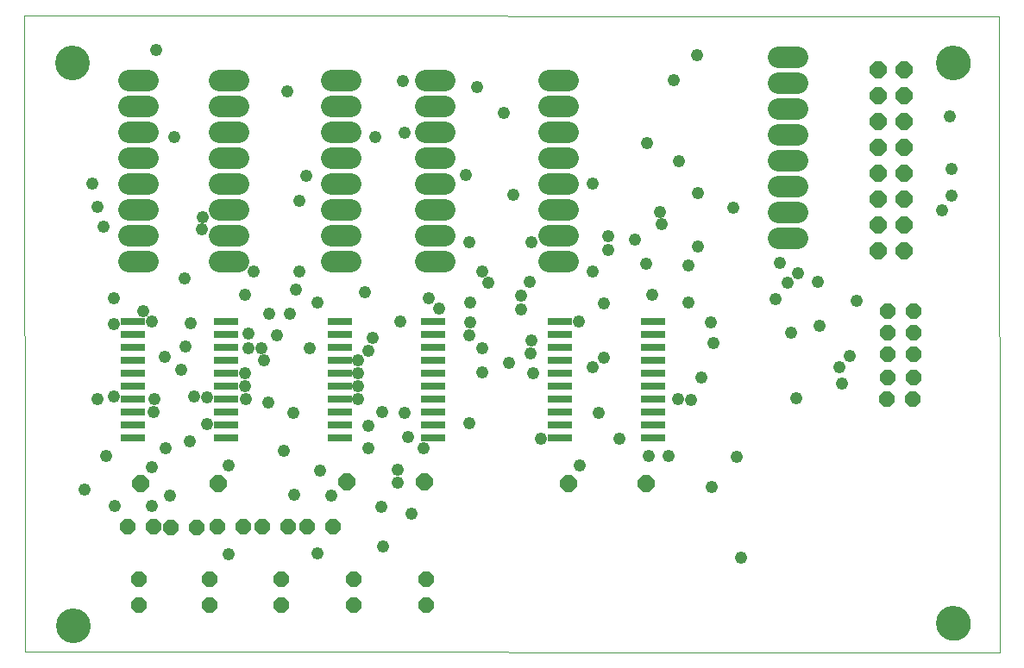
<source format=gts>
G75*
%MOIN*%
%OFA0B0*%
%FSLAX25Y25*%
%IPPOS*%
%LPD*%
%AMOC8*
5,1,8,0,0,1.08239X$1,22.5*
%
%ADD10C,0.00000*%
%ADD11C,0.13398*%
%ADD12OC8,0.06400*%
%ADD13C,0.08200*%
%ADD14OC8,0.06000*%
%ADD15R,0.09461X0.03162*%
%ADD16C,0.04800*%
D10*
X0002233Y0002391D02*
X0002076Y0248335D01*
X0378808Y0248257D01*
X0379083Y0002272D01*
X0002233Y0002391D01*
X0014674Y0012509D02*
X0014676Y0012667D01*
X0014682Y0012825D01*
X0014692Y0012983D01*
X0014706Y0013141D01*
X0014724Y0013298D01*
X0014745Y0013455D01*
X0014771Y0013611D01*
X0014801Y0013767D01*
X0014834Y0013922D01*
X0014872Y0014075D01*
X0014913Y0014228D01*
X0014958Y0014380D01*
X0015007Y0014531D01*
X0015060Y0014680D01*
X0015116Y0014828D01*
X0015176Y0014974D01*
X0015240Y0015119D01*
X0015308Y0015262D01*
X0015379Y0015404D01*
X0015453Y0015544D01*
X0015531Y0015681D01*
X0015613Y0015817D01*
X0015697Y0015951D01*
X0015786Y0016082D01*
X0015877Y0016211D01*
X0015972Y0016338D01*
X0016069Y0016463D01*
X0016170Y0016585D01*
X0016274Y0016704D01*
X0016381Y0016821D01*
X0016491Y0016935D01*
X0016604Y0017046D01*
X0016719Y0017155D01*
X0016837Y0017260D01*
X0016958Y0017362D01*
X0017081Y0017462D01*
X0017207Y0017558D01*
X0017335Y0017651D01*
X0017465Y0017741D01*
X0017598Y0017827D01*
X0017733Y0017911D01*
X0017869Y0017990D01*
X0018008Y0018067D01*
X0018149Y0018139D01*
X0018291Y0018209D01*
X0018435Y0018274D01*
X0018581Y0018336D01*
X0018728Y0018394D01*
X0018877Y0018449D01*
X0019027Y0018500D01*
X0019178Y0018547D01*
X0019330Y0018590D01*
X0019483Y0018629D01*
X0019638Y0018665D01*
X0019793Y0018696D01*
X0019949Y0018724D01*
X0020105Y0018748D01*
X0020262Y0018768D01*
X0020420Y0018784D01*
X0020577Y0018796D01*
X0020736Y0018804D01*
X0020894Y0018808D01*
X0021052Y0018808D01*
X0021210Y0018804D01*
X0021369Y0018796D01*
X0021526Y0018784D01*
X0021684Y0018768D01*
X0021841Y0018748D01*
X0021997Y0018724D01*
X0022153Y0018696D01*
X0022308Y0018665D01*
X0022463Y0018629D01*
X0022616Y0018590D01*
X0022768Y0018547D01*
X0022919Y0018500D01*
X0023069Y0018449D01*
X0023218Y0018394D01*
X0023365Y0018336D01*
X0023511Y0018274D01*
X0023655Y0018209D01*
X0023797Y0018139D01*
X0023938Y0018067D01*
X0024077Y0017990D01*
X0024213Y0017911D01*
X0024348Y0017827D01*
X0024481Y0017741D01*
X0024611Y0017651D01*
X0024739Y0017558D01*
X0024865Y0017462D01*
X0024988Y0017362D01*
X0025109Y0017260D01*
X0025227Y0017155D01*
X0025342Y0017046D01*
X0025455Y0016935D01*
X0025565Y0016821D01*
X0025672Y0016704D01*
X0025776Y0016585D01*
X0025877Y0016463D01*
X0025974Y0016338D01*
X0026069Y0016211D01*
X0026160Y0016082D01*
X0026249Y0015951D01*
X0026333Y0015817D01*
X0026415Y0015681D01*
X0026493Y0015544D01*
X0026567Y0015404D01*
X0026638Y0015262D01*
X0026706Y0015119D01*
X0026770Y0014974D01*
X0026830Y0014828D01*
X0026886Y0014680D01*
X0026939Y0014531D01*
X0026988Y0014380D01*
X0027033Y0014228D01*
X0027074Y0014075D01*
X0027112Y0013922D01*
X0027145Y0013767D01*
X0027175Y0013611D01*
X0027201Y0013455D01*
X0027222Y0013298D01*
X0027240Y0013141D01*
X0027254Y0012983D01*
X0027264Y0012825D01*
X0027270Y0012667D01*
X0027272Y0012509D01*
X0027270Y0012351D01*
X0027264Y0012193D01*
X0027254Y0012035D01*
X0027240Y0011877D01*
X0027222Y0011720D01*
X0027201Y0011563D01*
X0027175Y0011407D01*
X0027145Y0011251D01*
X0027112Y0011096D01*
X0027074Y0010943D01*
X0027033Y0010790D01*
X0026988Y0010638D01*
X0026939Y0010487D01*
X0026886Y0010338D01*
X0026830Y0010190D01*
X0026770Y0010044D01*
X0026706Y0009899D01*
X0026638Y0009756D01*
X0026567Y0009614D01*
X0026493Y0009474D01*
X0026415Y0009337D01*
X0026333Y0009201D01*
X0026249Y0009067D01*
X0026160Y0008936D01*
X0026069Y0008807D01*
X0025974Y0008680D01*
X0025877Y0008555D01*
X0025776Y0008433D01*
X0025672Y0008314D01*
X0025565Y0008197D01*
X0025455Y0008083D01*
X0025342Y0007972D01*
X0025227Y0007863D01*
X0025109Y0007758D01*
X0024988Y0007656D01*
X0024865Y0007556D01*
X0024739Y0007460D01*
X0024611Y0007367D01*
X0024481Y0007277D01*
X0024348Y0007191D01*
X0024213Y0007107D01*
X0024077Y0007028D01*
X0023938Y0006951D01*
X0023797Y0006879D01*
X0023655Y0006809D01*
X0023511Y0006744D01*
X0023365Y0006682D01*
X0023218Y0006624D01*
X0023069Y0006569D01*
X0022919Y0006518D01*
X0022768Y0006471D01*
X0022616Y0006428D01*
X0022463Y0006389D01*
X0022308Y0006353D01*
X0022153Y0006322D01*
X0021997Y0006294D01*
X0021841Y0006270D01*
X0021684Y0006250D01*
X0021526Y0006234D01*
X0021369Y0006222D01*
X0021210Y0006214D01*
X0021052Y0006210D01*
X0020894Y0006210D01*
X0020736Y0006214D01*
X0020577Y0006222D01*
X0020420Y0006234D01*
X0020262Y0006250D01*
X0020105Y0006270D01*
X0019949Y0006294D01*
X0019793Y0006322D01*
X0019638Y0006353D01*
X0019483Y0006389D01*
X0019330Y0006428D01*
X0019178Y0006471D01*
X0019027Y0006518D01*
X0018877Y0006569D01*
X0018728Y0006624D01*
X0018581Y0006682D01*
X0018435Y0006744D01*
X0018291Y0006809D01*
X0018149Y0006879D01*
X0018008Y0006951D01*
X0017869Y0007028D01*
X0017733Y0007107D01*
X0017598Y0007191D01*
X0017465Y0007277D01*
X0017335Y0007367D01*
X0017207Y0007460D01*
X0017081Y0007556D01*
X0016958Y0007656D01*
X0016837Y0007758D01*
X0016719Y0007863D01*
X0016604Y0007972D01*
X0016491Y0008083D01*
X0016381Y0008197D01*
X0016274Y0008314D01*
X0016170Y0008433D01*
X0016069Y0008555D01*
X0015972Y0008680D01*
X0015877Y0008807D01*
X0015786Y0008936D01*
X0015697Y0009067D01*
X0015613Y0009201D01*
X0015531Y0009337D01*
X0015453Y0009474D01*
X0015379Y0009614D01*
X0015308Y0009756D01*
X0015240Y0009899D01*
X0015176Y0010044D01*
X0015116Y0010190D01*
X0015060Y0010338D01*
X0015007Y0010487D01*
X0014958Y0010638D01*
X0014913Y0010790D01*
X0014872Y0010943D01*
X0014834Y0011096D01*
X0014801Y0011251D01*
X0014771Y0011407D01*
X0014745Y0011563D01*
X0014724Y0011720D01*
X0014706Y0011877D01*
X0014692Y0012035D01*
X0014682Y0012193D01*
X0014676Y0012351D01*
X0014674Y0012509D01*
X0014281Y0230225D02*
X0014283Y0230383D01*
X0014289Y0230541D01*
X0014299Y0230699D01*
X0014313Y0230857D01*
X0014331Y0231014D01*
X0014352Y0231171D01*
X0014378Y0231327D01*
X0014408Y0231483D01*
X0014441Y0231638D01*
X0014479Y0231791D01*
X0014520Y0231944D01*
X0014565Y0232096D01*
X0014614Y0232247D01*
X0014667Y0232396D01*
X0014723Y0232544D01*
X0014783Y0232690D01*
X0014847Y0232835D01*
X0014915Y0232978D01*
X0014986Y0233120D01*
X0015060Y0233260D01*
X0015138Y0233397D01*
X0015220Y0233533D01*
X0015304Y0233667D01*
X0015393Y0233798D01*
X0015484Y0233927D01*
X0015579Y0234054D01*
X0015676Y0234179D01*
X0015777Y0234301D01*
X0015881Y0234420D01*
X0015988Y0234537D01*
X0016098Y0234651D01*
X0016211Y0234762D01*
X0016326Y0234871D01*
X0016444Y0234976D01*
X0016565Y0235078D01*
X0016688Y0235178D01*
X0016814Y0235274D01*
X0016942Y0235367D01*
X0017072Y0235457D01*
X0017205Y0235543D01*
X0017340Y0235627D01*
X0017476Y0235706D01*
X0017615Y0235783D01*
X0017756Y0235855D01*
X0017898Y0235925D01*
X0018042Y0235990D01*
X0018188Y0236052D01*
X0018335Y0236110D01*
X0018484Y0236165D01*
X0018634Y0236216D01*
X0018785Y0236263D01*
X0018937Y0236306D01*
X0019090Y0236345D01*
X0019245Y0236381D01*
X0019400Y0236412D01*
X0019556Y0236440D01*
X0019712Y0236464D01*
X0019869Y0236484D01*
X0020027Y0236500D01*
X0020184Y0236512D01*
X0020343Y0236520D01*
X0020501Y0236524D01*
X0020659Y0236524D01*
X0020817Y0236520D01*
X0020976Y0236512D01*
X0021133Y0236500D01*
X0021291Y0236484D01*
X0021448Y0236464D01*
X0021604Y0236440D01*
X0021760Y0236412D01*
X0021915Y0236381D01*
X0022070Y0236345D01*
X0022223Y0236306D01*
X0022375Y0236263D01*
X0022526Y0236216D01*
X0022676Y0236165D01*
X0022825Y0236110D01*
X0022972Y0236052D01*
X0023118Y0235990D01*
X0023262Y0235925D01*
X0023404Y0235855D01*
X0023545Y0235783D01*
X0023684Y0235706D01*
X0023820Y0235627D01*
X0023955Y0235543D01*
X0024088Y0235457D01*
X0024218Y0235367D01*
X0024346Y0235274D01*
X0024472Y0235178D01*
X0024595Y0235078D01*
X0024716Y0234976D01*
X0024834Y0234871D01*
X0024949Y0234762D01*
X0025062Y0234651D01*
X0025172Y0234537D01*
X0025279Y0234420D01*
X0025383Y0234301D01*
X0025484Y0234179D01*
X0025581Y0234054D01*
X0025676Y0233927D01*
X0025767Y0233798D01*
X0025856Y0233667D01*
X0025940Y0233533D01*
X0026022Y0233397D01*
X0026100Y0233260D01*
X0026174Y0233120D01*
X0026245Y0232978D01*
X0026313Y0232835D01*
X0026377Y0232690D01*
X0026437Y0232544D01*
X0026493Y0232396D01*
X0026546Y0232247D01*
X0026595Y0232096D01*
X0026640Y0231944D01*
X0026681Y0231791D01*
X0026719Y0231638D01*
X0026752Y0231483D01*
X0026782Y0231327D01*
X0026808Y0231171D01*
X0026829Y0231014D01*
X0026847Y0230857D01*
X0026861Y0230699D01*
X0026871Y0230541D01*
X0026877Y0230383D01*
X0026879Y0230225D01*
X0026877Y0230067D01*
X0026871Y0229909D01*
X0026861Y0229751D01*
X0026847Y0229593D01*
X0026829Y0229436D01*
X0026808Y0229279D01*
X0026782Y0229123D01*
X0026752Y0228967D01*
X0026719Y0228812D01*
X0026681Y0228659D01*
X0026640Y0228506D01*
X0026595Y0228354D01*
X0026546Y0228203D01*
X0026493Y0228054D01*
X0026437Y0227906D01*
X0026377Y0227760D01*
X0026313Y0227615D01*
X0026245Y0227472D01*
X0026174Y0227330D01*
X0026100Y0227190D01*
X0026022Y0227053D01*
X0025940Y0226917D01*
X0025856Y0226783D01*
X0025767Y0226652D01*
X0025676Y0226523D01*
X0025581Y0226396D01*
X0025484Y0226271D01*
X0025383Y0226149D01*
X0025279Y0226030D01*
X0025172Y0225913D01*
X0025062Y0225799D01*
X0024949Y0225688D01*
X0024834Y0225579D01*
X0024716Y0225474D01*
X0024595Y0225372D01*
X0024472Y0225272D01*
X0024346Y0225176D01*
X0024218Y0225083D01*
X0024088Y0224993D01*
X0023955Y0224907D01*
X0023820Y0224823D01*
X0023684Y0224744D01*
X0023545Y0224667D01*
X0023404Y0224595D01*
X0023262Y0224525D01*
X0023118Y0224460D01*
X0022972Y0224398D01*
X0022825Y0224340D01*
X0022676Y0224285D01*
X0022526Y0224234D01*
X0022375Y0224187D01*
X0022223Y0224144D01*
X0022070Y0224105D01*
X0021915Y0224069D01*
X0021760Y0224038D01*
X0021604Y0224010D01*
X0021448Y0223986D01*
X0021291Y0223966D01*
X0021133Y0223950D01*
X0020976Y0223938D01*
X0020817Y0223930D01*
X0020659Y0223926D01*
X0020501Y0223926D01*
X0020343Y0223930D01*
X0020184Y0223938D01*
X0020027Y0223950D01*
X0019869Y0223966D01*
X0019712Y0223986D01*
X0019556Y0224010D01*
X0019400Y0224038D01*
X0019245Y0224069D01*
X0019090Y0224105D01*
X0018937Y0224144D01*
X0018785Y0224187D01*
X0018634Y0224234D01*
X0018484Y0224285D01*
X0018335Y0224340D01*
X0018188Y0224398D01*
X0018042Y0224460D01*
X0017898Y0224525D01*
X0017756Y0224595D01*
X0017615Y0224667D01*
X0017476Y0224744D01*
X0017340Y0224823D01*
X0017205Y0224907D01*
X0017072Y0224993D01*
X0016942Y0225083D01*
X0016814Y0225176D01*
X0016688Y0225272D01*
X0016565Y0225372D01*
X0016444Y0225474D01*
X0016326Y0225579D01*
X0016211Y0225688D01*
X0016098Y0225799D01*
X0015988Y0225913D01*
X0015881Y0226030D01*
X0015777Y0226149D01*
X0015676Y0226271D01*
X0015579Y0226396D01*
X0015484Y0226523D01*
X0015393Y0226652D01*
X0015304Y0226783D01*
X0015220Y0226917D01*
X0015138Y0227053D01*
X0015060Y0227190D01*
X0014986Y0227330D01*
X0014915Y0227472D01*
X0014847Y0227615D01*
X0014783Y0227760D01*
X0014723Y0227906D01*
X0014667Y0228054D01*
X0014614Y0228203D01*
X0014565Y0228354D01*
X0014520Y0228506D01*
X0014479Y0228659D01*
X0014441Y0228812D01*
X0014408Y0228967D01*
X0014378Y0229123D01*
X0014352Y0229279D01*
X0014331Y0229436D01*
X0014313Y0229593D01*
X0014299Y0229751D01*
X0014289Y0229909D01*
X0014283Y0230067D01*
X0014281Y0230225D01*
X0354832Y0230225D02*
X0354834Y0230383D01*
X0354840Y0230541D01*
X0354850Y0230699D01*
X0354864Y0230857D01*
X0354882Y0231014D01*
X0354903Y0231171D01*
X0354929Y0231327D01*
X0354959Y0231483D01*
X0354992Y0231638D01*
X0355030Y0231791D01*
X0355071Y0231944D01*
X0355116Y0232096D01*
X0355165Y0232247D01*
X0355218Y0232396D01*
X0355274Y0232544D01*
X0355334Y0232690D01*
X0355398Y0232835D01*
X0355466Y0232978D01*
X0355537Y0233120D01*
X0355611Y0233260D01*
X0355689Y0233397D01*
X0355771Y0233533D01*
X0355855Y0233667D01*
X0355944Y0233798D01*
X0356035Y0233927D01*
X0356130Y0234054D01*
X0356227Y0234179D01*
X0356328Y0234301D01*
X0356432Y0234420D01*
X0356539Y0234537D01*
X0356649Y0234651D01*
X0356762Y0234762D01*
X0356877Y0234871D01*
X0356995Y0234976D01*
X0357116Y0235078D01*
X0357239Y0235178D01*
X0357365Y0235274D01*
X0357493Y0235367D01*
X0357623Y0235457D01*
X0357756Y0235543D01*
X0357891Y0235627D01*
X0358027Y0235706D01*
X0358166Y0235783D01*
X0358307Y0235855D01*
X0358449Y0235925D01*
X0358593Y0235990D01*
X0358739Y0236052D01*
X0358886Y0236110D01*
X0359035Y0236165D01*
X0359185Y0236216D01*
X0359336Y0236263D01*
X0359488Y0236306D01*
X0359641Y0236345D01*
X0359796Y0236381D01*
X0359951Y0236412D01*
X0360107Y0236440D01*
X0360263Y0236464D01*
X0360420Y0236484D01*
X0360578Y0236500D01*
X0360735Y0236512D01*
X0360894Y0236520D01*
X0361052Y0236524D01*
X0361210Y0236524D01*
X0361368Y0236520D01*
X0361527Y0236512D01*
X0361684Y0236500D01*
X0361842Y0236484D01*
X0361999Y0236464D01*
X0362155Y0236440D01*
X0362311Y0236412D01*
X0362466Y0236381D01*
X0362621Y0236345D01*
X0362774Y0236306D01*
X0362926Y0236263D01*
X0363077Y0236216D01*
X0363227Y0236165D01*
X0363376Y0236110D01*
X0363523Y0236052D01*
X0363669Y0235990D01*
X0363813Y0235925D01*
X0363955Y0235855D01*
X0364096Y0235783D01*
X0364235Y0235706D01*
X0364371Y0235627D01*
X0364506Y0235543D01*
X0364639Y0235457D01*
X0364769Y0235367D01*
X0364897Y0235274D01*
X0365023Y0235178D01*
X0365146Y0235078D01*
X0365267Y0234976D01*
X0365385Y0234871D01*
X0365500Y0234762D01*
X0365613Y0234651D01*
X0365723Y0234537D01*
X0365830Y0234420D01*
X0365934Y0234301D01*
X0366035Y0234179D01*
X0366132Y0234054D01*
X0366227Y0233927D01*
X0366318Y0233798D01*
X0366407Y0233667D01*
X0366491Y0233533D01*
X0366573Y0233397D01*
X0366651Y0233260D01*
X0366725Y0233120D01*
X0366796Y0232978D01*
X0366864Y0232835D01*
X0366928Y0232690D01*
X0366988Y0232544D01*
X0367044Y0232396D01*
X0367097Y0232247D01*
X0367146Y0232096D01*
X0367191Y0231944D01*
X0367232Y0231791D01*
X0367270Y0231638D01*
X0367303Y0231483D01*
X0367333Y0231327D01*
X0367359Y0231171D01*
X0367380Y0231014D01*
X0367398Y0230857D01*
X0367412Y0230699D01*
X0367422Y0230541D01*
X0367428Y0230383D01*
X0367430Y0230225D01*
X0367428Y0230067D01*
X0367422Y0229909D01*
X0367412Y0229751D01*
X0367398Y0229593D01*
X0367380Y0229436D01*
X0367359Y0229279D01*
X0367333Y0229123D01*
X0367303Y0228967D01*
X0367270Y0228812D01*
X0367232Y0228659D01*
X0367191Y0228506D01*
X0367146Y0228354D01*
X0367097Y0228203D01*
X0367044Y0228054D01*
X0366988Y0227906D01*
X0366928Y0227760D01*
X0366864Y0227615D01*
X0366796Y0227472D01*
X0366725Y0227330D01*
X0366651Y0227190D01*
X0366573Y0227053D01*
X0366491Y0226917D01*
X0366407Y0226783D01*
X0366318Y0226652D01*
X0366227Y0226523D01*
X0366132Y0226396D01*
X0366035Y0226271D01*
X0365934Y0226149D01*
X0365830Y0226030D01*
X0365723Y0225913D01*
X0365613Y0225799D01*
X0365500Y0225688D01*
X0365385Y0225579D01*
X0365267Y0225474D01*
X0365146Y0225372D01*
X0365023Y0225272D01*
X0364897Y0225176D01*
X0364769Y0225083D01*
X0364639Y0224993D01*
X0364506Y0224907D01*
X0364371Y0224823D01*
X0364235Y0224744D01*
X0364096Y0224667D01*
X0363955Y0224595D01*
X0363813Y0224525D01*
X0363669Y0224460D01*
X0363523Y0224398D01*
X0363376Y0224340D01*
X0363227Y0224285D01*
X0363077Y0224234D01*
X0362926Y0224187D01*
X0362774Y0224144D01*
X0362621Y0224105D01*
X0362466Y0224069D01*
X0362311Y0224038D01*
X0362155Y0224010D01*
X0361999Y0223986D01*
X0361842Y0223966D01*
X0361684Y0223950D01*
X0361527Y0223938D01*
X0361368Y0223930D01*
X0361210Y0223926D01*
X0361052Y0223926D01*
X0360894Y0223930D01*
X0360735Y0223938D01*
X0360578Y0223950D01*
X0360420Y0223966D01*
X0360263Y0223986D01*
X0360107Y0224010D01*
X0359951Y0224038D01*
X0359796Y0224069D01*
X0359641Y0224105D01*
X0359488Y0224144D01*
X0359336Y0224187D01*
X0359185Y0224234D01*
X0359035Y0224285D01*
X0358886Y0224340D01*
X0358739Y0224398D01*
X0358593Y0224460D01*
X0358449Y0224525D01*
X0358307Y0224595D01*
X0358166Y0224667D01*
X0358027Y0224744D01*
X0357891Y0224823D01*
X0357756Y0224907D01*
X0357623Y0224993D01*
X0357493Y0225083D01*
X0357365Y0225176D01*
X0357239Y0225272D01*
X0357116Y0225372D01*
X0356995Y0225474D01*
X0356877Y0225579D01*
X0356762Y0225688D01*
X0356649Y0225799D01*
X0356539Y0225913D01*
X0356432Y0226030D01*
X0356328Y0226149D01*
X0356227Y0226271D01*
X0356130Y0226396D01*
X0356035Y0226523D01*
X0355944Y0226652D01*
X0355855Y0226783D01*
X0355771Y0226917D01*
X0355689Y0227053D01*
X0355611Y0227190D01*
X0355537Y0227330D01*
X0355466Y0227472D01*
X0355398Y0227615D01*
X0355334Y0227760D01*
X0355274Y0227906D01*
X0355218Y0228054D01*
X0355165Y0228203D01*
X0355116Y0228354D01*
X0355071Y0228506D01*
X0355030Y0228659D01*
X0354992Y0228812D01*
X0354959Y0228967D01*
X0354929Y0229123D01*
X0354903Y0229279D01*
X0354882Y0229436D01*
X0354864Y0229593D01*
X0354850Y0229751D01*
X0354840Y0229909D01*
X0354834Y0230067D01*
X0354832Y0230225D01*
X0354832Y0013296D02*
X0354834Y0013454D01*
X0354840Y0013612D01*
X0354850Y0013770D01*
X0354864Y0013928D01*
X0354882Y0014085D01*
X0354903Y0014242D01*
X0354929Y0014398D01*
X0354959Y0014554D01*
X0354992Y0014709D01*
X0355030Y0014862D01*
X0355071Y0015015D01*
X0355116Y0015167D01*
X0355165Y0015318D01*
X0355218Y0015467D01*
X0355274Y0015615D01*
X0355334Y0015761D01*
X0355398Y0015906D01*
X0355466Y0016049D01*
X0355537Y0016191D01*
X0355611Y0016331D01*
X0355689Y0016468D01*
X0355771Y0016604D01*
X0355855Y0016738D01*
X0355944Y0016869D01*
X0356035Y0016998D01*
X0356130Y0017125D01*
X0356227Y0017250D01*
X0356328Y0017372D01*
X0356432Y0017491D01*
X0356539Y0017608D01*
X0356649Y0017722D01*
X0356762Y0017833D01*
X0356877Y0017942D01*
X0356995Y0018047D01*
X0357116Y0018149D01*
X0357239Y0018249D01*
X0357365Y0018345D01*
X0357493Y0018438D01*
X0357623Y0018528D01*
X0357756Y0018614D01*
X0357891Y0018698D01*
X0358027Y0018777D01*
X0358166Y0018854D01*
X0358307Y0018926D01*
X0358449Y0018996D01*
X0358593Y0019061D01*
X0358739Y0019123D01*
X0358886Y0019181D01*
X0359035Y0019236D01*
X0359185Y0019287D01*
X0359336Y0019334D01*
X0359488Y0019377D01*
X0359641Y0019416D01*
X0359796Y0019452D01*
X0359951Y0019483D01*
X0360107Y0019511D01*
X0360263Y0019535D01*
X0360420Y0019555D01*
X0360578Y0019571D01*
X0360735Y0019583D01*
X0360894Y0019591D01*
X0361052Y0019595D01*
X0361210Y0019595D01*
X0361368Y0019591D01*
X0361527Y0019583D01*
X0361684Y0019571D01*
X0361842Y0019555D01*
X0361999Y0019535D01*
X0362155Y0019511D01*
X0362311Y0019483D01*
X0362466Y0019452D01*
X0362621Y0019416D01*
X0362774Y0019377D01*
X0362926Y0019334D01*
X0363077Y0019287D01*
X0363227Y0019236D01*
X0363376Y0019181D01*
X0363523Y0019123D01*
X0363669Y0019061D01*
X0363813Y0018996D01*
X0363955Y0018926D01*
X0364096Y0018854D01*
X0364235Y0018777D01*
X0364371Y0018698D01*
X0364506Y0018614D01*
X0364639Y0018528D01*
X0364769Y0018438D01*
X0364897Y0018345D01*
X0365023Y0018249D01*
X0365146Y0018149D01*
X0365267Y0018047D01*
X0365385Y0017942D01*
X0365500Y0017833D01*
X0365613Y0017722D01*
X0365723Y0017608D01*
X0365830Y0017491D01*
X0365934Y0017372D01*
X0366035Y0017250D01*
X0366132Y0017125D01*
X0366227Y0016998D01*
X0366318Y0016869D01*
X0366407Y0016738D01*
X0366491Y0016604D01*
X0366573Y0016468D01*
X0366651Y0016331D01*
X0366725Y0016191D01*
X0366796Y0016049D01*
X0366864Y0015906D01*
X0366928Y0015761D01*
X0366988Y0015615D01*
X0367044Y0015467D01*
X0367097Y0015318D01*
X0367146Y0015167D01*
X0367191Y0015015D01*
X0367232Y0014862D01*
X0367270Y0014709D01*
X0367303Y0014554D01*
X0367333Y0014398D01*
X0367359Y0014242D01*
X0367380Y0014085D01*
X0367398Y0013928D01*
X0367412Y0013770D01*
X0367422Y0013612D01*
X0367428Y0013454D01*
X0367430Y0013296D01*
X0367428Y0013138D01*
X0367422Y0012980D01*
X0367412Y0012822D01*
X0367398Y0012664D01*
X0367380Y0012507D01*
X0367359Y0012350D01*
X0367333Y0012194D01*
X0367303Y0012038D01*
X0367270Y0011883D01*
X0367232Y0011730D01*
X0367191Y0011577D01*
X0367146Y0011425D01*
X0367097Y0011274D01*
X0367044Y0011125D01*
X0366988Y0010977D01*
X0366928Y0010831D01*
X0366864Y0010686D01*
X0366796Y0010543D01*
X0366725Y0010401D01*
X0366651Y0010261D01*
X0366573Y0010124D01*
X0366491Y0009988D01*
X0366407Y0009854D01*
X0366318Y0009723D01*
X0366227Y0009594D01*
X0366132Y0009467D01*
X0366035Y0009342D01*
X0365934Y0009220D01*
X0365830Y0009101D01*
X0365723Y0008984D01*
X0365613Y0008870D01*
X0365500Y0008759D01*
X0365385Y0008650D01*
X0365267Y0008545D01*
X0365146Y0008443D01*
X0365023Y0008343D01*
X0364897Y0008247D01*
X0364769Y0008154D01*
X0364639Y0008064D01*
X0364506Y0007978D01*
X0364371Y0007894D01*
X0364235Y0007815D01*
X0364096Y0007738D01*
X0363955Y0007666D01*
X0363813Y0007596D01*
X0363669Y0007531D01*
X0363523Y0007469D01*
X0363376Y0007411D01*
X0363227Y0007356D01*
X0363077Y0007305D01*
X0362926Y0007258D01*
X0362774Y0007215D01*
X0362621Y0007176D01*
X0362466Y0007140D01*
X0362311Y0007109D01*
X0362155Y0007081D01*
X0361999Y0007057D01*
X0361842Y0007037D01*
X0361684Y0007021D01*
X0361527Y0007009D01*
X0361368Y0007001D01*
X0361210Y0006997D01*
X0361052Y0006997D01*
X0360894Y0007001D01*
X0360735Y0007009D01*
X0360578Y0007021D01*
X0360420Y0007037D01*
X0360263Y0007057D01*
X0360107Y0007081D01*
X0359951Y0007109D01*
X0359796Y0007140D01*
X0359641Y0007176D01*
X0359488Y0007215D01*
X0359336Y0007258D01*
X0359185Y0007305D01*
X0359035Y0007356D01*
X0358886Y0007411D01*
X0358739Y0007469D01*
X0358593Y0007531D01*
X0358449Y0007596D01*
X0358307Y0007666D01*
X0358166Y0007738D01*
X0358027Y0007815D01*
X0357891Y0007894D01*
X0357756Y0007978D01*
X0357623Y0008064D01*
X0357493Y0008154D01*
X0357365Y0008247D01*
X0357239Y0008343D01*
X0357116Y0008443D01*
X0356995Y0008545D01*
X0356877Y0008650D01*
X0356762Y0008759D01*
X0356649Y0008870D01*
X0356539Y0008984D01*
X0356432Y0009101D01*
X0356328Y0009220D01*
X0356227Y0009342D01*
X0356130Y0009467D01*
X0356035Y0009594D01*
X0355944Y0009723D01*
X0355855Y0009854D01*
X0355771Y0009988D01*
X0355689Y0010124D01*
X0355611Y0010261D01*
X0355537Y0010401D01*
X0355466Y0010543D01*
X0355398Y0010686D01*
X0355334Y0010831D01*
X0355274Y0010977D01*
X0355218Y0011125D01*
X0355165Y0011274D01*
X0355116Y0011425D01*
X0355071Y0011577D01*
X0355030Y0011730D01*
X0354992Y0011883D01*
X0354959Y0012038D01*
X0354929Y0012194D01*
X0354903Y0012350D01*
X0354882Y0012507D01*
X0354864Y0012664D01*
X0354850Y0012822D01*
X0354840Y0012980D01*
X0354834Y0013138D01*
X0354832Y0013296D01*
D11*
X0361131Y0013296D03*
X0361131Y0230225D03*
X0020580Y0230225D03*
X0020973Y0012509D03*
D12*
X0047036Y0067548D03*
X0077036Y0067548D03*
X0126682Y0068099D03*
X0156682Y0068099D03*
X0212469Y0067548D03*
X0242469Y0067548D03*
X0332036Y0157548D03*
X0342036Y0157548D03*
X0342036Y0167548D03*
X0332036Y0167548D03*
X0332036Y0177548D03*
X0342036Y0177548D03*
X0342036Y0187548D03*
X0332036Y0187548D03*
X0332036Y0197548D03*
X0342036Y0197548D03*
X0342036Y0207548D03*
X0332036Y0207548D03*
X0332036Y0217548D03*
X0342036Y0217548D03*
X0342036Y0227548D03*
X0332036Y0227548D03*
D13*
X0300736Y0222548D02*
X0293336Y0222548D01*
X0293336Y0212548D02*
X0300736Y0212548D01*
X0300736Y0202548D02*
X0293336Y0202548D01*
X0293336Y0192548D02*
X0300736Y0192548D01*
X0300736Y0182548D02*
X0293336Y0182548D01*
X0293336Y0172548D02*
X0300736Y0172548D01*
X0300736Y0162548D02*
X0293336Y0162548D01*
X0211957Y0163335D02*
X0204557Y0163335D01*
X0204557Y0153335D02*
X0211957Y0153335D01*
X0211957Y0173335D02*
X0204557Y0173335D01*
X0204557Y0183335D02*
X0211957Y0183335D01*
X0211957Y0193335D02*
X0204557Y0193335D01*
X0204557Y0203335D02*
X0211957Y0203335D01*
X0211957Y0213335D02*
X0204557Y0213335D01*
X0204557Y0223335D02*
X0211957Y0223335D01*
X0164476Y0223335D02*
X0157076Y0223335D01*
X0157076Y0213335D02*
X0164476Y0213335D01*
X0164476Y0203335D02*
X0157076Y0203335D01*
X0157076Y0193335D02*
X0164476Y0193335D01*
X0164476Y0183335D02*
X0157076Y0183335D01*
X0157076Y0173335D02*
X0164476Y0173335D01*
X0164476Y0163335D02*
X0157076Y0163335D01*
X0157076Y0153335D02*
X0164476Y0153335D01*
X0127902Y0153335D02*
X0120502Y0153335D01*
X0120502Y0163335D02*
X0127902Y0163335D01*
X0127902Y0173335D02*
X0120502Y0173335D01*
X0120502Y0183335D02*
X0127902Y0183335D01*
X0127902Y0193335D02*
X0120502Y0193335D01*
X0120502Y0203335D02*
X0127902Y0203335D01*
X0127902Y0213335D02*
X0120502Y0213335D01*
X0120502Y0223335D02*
X0127902Y0223335D01*
X0084752Y0223335D02*
X0077352Y0223335D01*
X0077352Y0213335D02*
X0084752Y0213335D01*
X0084752Y0203335D02*
X0077352Y0203335D01*
X0077352Y0193335D02*
X0084752Y0193335D01*
X0084752Y0183335D02*
X0077352Y0183335D01*
X0077352Y0173335D02*
X0084752Y0173335D01*
X0084752Y0163335D02*
X0077352Y0163335D01*
X0077352Y0153335D02*
X0084752Y0153335D01*
X0049752Y0153335D02*
X0042352Y0153335D01*
X0042352Y0163335D02*
X0049752Y0163335D01*
X0049752Y0173335D02*
X0042352Y0173335D01*
X0042352Y0183335D02*
X0049752Y0183335D01*
X0049752Y0193335D02*
X0042352Y0193335D01*
X0042352Y0203335D02*
X0049752Y0203335D01*
X0049752Y0213335D02*
X0042352Y0213335D01*
X0042352Y0223335D02*
X0049752Y0223335D01*
X0293336Y0232548D02*
X0300736Y0232548D01*
D14*
X0335540Y0134123D03*
X0345540Y0134123D03*
X0345658Y0125737D03*
X0335658Y0125737D03*
X0335698Y0117312D03*
X0345698Y0117312D03*
X0345619Y0108611D03*
X0335619Y0108611D03*
X0335383Y0099989D03*
X0345383Y0099989D03*
X0157194Y0030501D03*
X0157194Y0020501D03*
X0129241Y0020501D03*
X0129241Y0030501D03*
X0101288Y0030501D03*
X0101288Y0020501D03*
X0073729Y0020501D03*
X0073729Y0030501D03*
X0046170Y0030501D03*
X0046170Y0020501D03*
X0041879Y0050619D03*
X0051879Y0050619D03*
X0058808Y0050422D03*
X0068808Y0050422D03*
X0076524Y0050619D03*
X0086524Y0050619D03*
X0093847Y0050816D03*
X0103847Y0050816D03*
X0111170Y0050619D03*
X0121170Y0050619D03*
D15*
X0123926Y0085048D03*
X0123926Y0090048D03*
X0123926Y0095048D03*
X0123926Y0100048D03*
X0123926Y0105048D03*
X0123926Y0110048D03*
X0123926Y0115048D03*
X0123926Y0120048D03*
X0123926Y0125048D03*
X0123926Y0130048D03*
X0160146Y0130048D03*
X0160146Y0125048D03*
X0160146Y0120048D03*
X0160146Y0115048D03*
X0160146Y0110048D03*
X0160146Y0105048D03*
X0160146Y0100048D03*
X0160146Y0095048D03*
X0160146Y0090048D03*
X0160146Y0085048D03*
X0208926Y0085048D03*
X0208926Y0090048D03*
X0208926Y0095048D03*
X0208926Y0100048D03*
X0208926Y0105048D03*
X0208926Y0110048D03*
X0208926Y0115048D03*
X0208926Y0120048D03*
X0208926Y0125048D03*
X0208926Y0130048D03*
X0245146Y0130048D03*
X0245146Y0125048D03*
X0245146Y0120048D03*
X0245146Y0115048D03*
X0245146Y0110048D03*
X0245146Y0105048D03*
X0245146Y0100048D03*
X0245146Y0095048D03*
X0245146Y0090048D03*
X0245146Y0085048D03*
X0080146Y0085048D03*
X0080146Y0090048D03*
X0080146Y0095048D03*
X0080146Y0100048D03*
X0080146Y0105048D03*
X0080146Y0110048D03*
X0080146Y0115048D03*
X0080146Y0120048D03*
X0080146Y0125048D03*
X0080146Y0130048D03*
X0043926Y0130048D03*
X0043926Y0125048D03*
X0043926Y0120048D03*
X0043926Y0115048D03*
X0043926Y0110048D03*
X0043926Y0105048D03*
X0043926Y0100048D03*
X0043926Y0095048D03*
X0043926Y0090048D03*
X0043926Y0085048D03*
D16*
X0033670Y0078060D03*
X0025304Y0065265D03*
X0037115Y0058867D03*
X0051387Y0058867D03*
X0058276Y0062804D03*
X0051387Y0073631D03*
X0056800Y0081013D03*
X0065973Y0083887D03*
X0072548Y0090363D03*
X0072548Y0100698D03*
X0067627Y0101190D03*
X0062745Y0111367D03*
X0056308Y0116446D03*
X0064182Y0120383D03*
X0066446Y0129595D03*
X0051387Y0130225D03*
X0047942Y0134162D03*
X0036623Y0129241D03*
X0036623Y0139083D03*
X0064123Y0146879D03*
X0087312Y0140560D03*
X0090757Y0149418D03*
X0106997Y0142528D03*
X0115363Y0137607D03*
X0104536Y0133178D03*
X0096662Y0133178D03*
X0088788Y0125304D03*
X0088788Y0119891D03*
X0093808Y0119753D03*
X0094694Y0114969D03*
X0087312Y0110048D03*
X0087312Y0105127D03*
X0087804Y0100206D03*
X0096209Y0098808D03*
X0106013Y0094792D03*
X0102391Y0080265D03*
X0116170Y0072351D03*
X0120698Y0062863D03*
X0106249Y0063217D03*
X0080914Y0074615D03*
X0051879Y0095284D03*
X0052371Y0100206D03*
X0036623Y0101190D03*
X0030225Y0100206D03*
X0099595Y0124871D03*
X0112410Y0119891D03*
X0131111Y0114969D03*
X0131111Y0110048D03*
X0131111Y0105127D03*
X0131111Y0100206D03*
X0140461Y0095284D03*
X0135048Y0089871D03*
X0135048Y0081013D03*
X0146367Y0072646D03*
X0146367Y0067725D03*
X0139910Y0058572D03*
X0151780Y0055914D03*
X0140501Y0043178D03*
X0115343Y0040383D03*
X0080914Y0040166D03*
X0150304Y0085442D03*
X0156209Y0081013D03*
X0173926Y0090855D03*
X0148828Y0094792D03*
X0178847Y0110540D03*
X0178847Y0119891D03*
X0173926Y0124812D03*
X0174418Y0129733D03*
X0174398Y0137469D03*
X0181308Y0144989D03*
X0178847Y0149418D03*
X0194103Y0140068D03*
X0194103Y0134654D03*
X0198040Y0122843D03*
X0197548Y0117922D03*
X0189182Y0113985D03*
X0198532Y0110048D03*
X0221662Y0112509D03*
X0226091Y0115954D03*
X0216249Y0130225D03*
X0226091Y0137115D03*
X0221662Y0149418D03*
X0227568Y0157784D03*
X0227568Y0163198D03*
X0237902Y0161721D03*
X0248237Y0167627D03*
X0247745Y0172548D03*
X0262312Y0179910D03*
X0276091Y0174280D03*
X0262312Y0159083D03*
X0258572Y0151879D03*
X0242312Y0152391D03*
X0244792Y0140560D03*
X0258572Y0137607D03*
X0267430Y0129733D03*
X0268414Y0121859D03*
X0263493Y0108572D03*
X0254635Y0100206D03*
X0259556Y0099713D03*
X0251131Y0078139D03*
X0243316Y0078060D03*
X0231997Y0084950D03*
X0224123Y0094792D03*
X0201485Y0084950D03*
X0216741Y0074615D03*
X0267548Y0066249D03*
X0277194Y0077863D03*
X0300225Y0100501D03*
X0318119Y0106111D03*
X0317135Y0112509D03*
X0320855Y0116761D03*
X0309202Y0128296D03*
X0298434Y0125796D03*
X0292194Y0138847D03*
X0296957Y0144989D03*
X0300894Y0148926D03*
X0294005Y0152863D03*
X0308769Y0145501D03*
X0323532Y0138099D03*
X0356505Y0173040D03*
X0360442Y0178946D03*
X0360442Y0189280D03*
X0359792Y0209320D03*
X0261997Y0233217D03*
X0253139Y0223572D03*
X0242509Y0199202D03*
X0255127Y0192233D03*
X0221662Y0183375D03*
X0191131Y0179123D03*
X0172745Y0186800D03*
X0148828Y0203060D03*
X0137509Y0201583D03*
X0110934Y0186328D03*
X0108414Y0176721D03*
X0071072Y0170580D03*
X0070580Y0165658D03*
X0032686Y0166643D03*
X0030225Y0174517D03*
X0028257Y0183375D03*
X0060068Y0201603D03*
X0103611Y0219044D03*
X0148335Y0223020D03*
X0177036Y0220934D03*
X0187469Y0210658D03*
X0198040Y0160737D03*
X0197312Y0145580D03*
X0173926Y0160737D03*
X0158178Y0139083D03*
X0162154Y0134989D03*
X0147351Y0130225D03*
X0136524Y0123828D03*
X0135048Y0118906D03*
X0133572Y0141544D03*
X0108473Y0149418D03*
X0052863Y0235048D03*
X0279123Y0038887D03*
M02*

</source>
